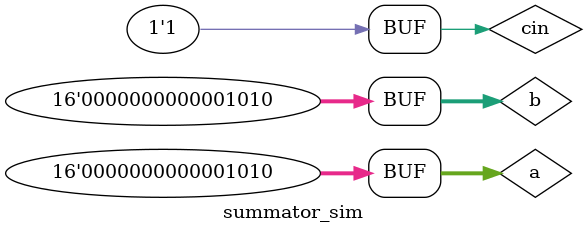
<source format=v>
module summator_sim;
reg [15:0] a,b;
reg cin;
wire [15:0] sum;
wire cout;
 
  summator uut(.a(a), .b(b),.cin(cin),.sum(sum),.cout(cout));
 
initial begin
  a=0; b=0; cin=0;
  #30 a=5; b=8; cin=1;
  #30 a=8; b=8; cin=1;
  #30 a=3; b=7; cin=1;
  #30 a=10; b=10; cin=1;
end
 
initial
  $monitor( "A=%d, B=%d, Cin= %d, Sum=%d, Cout=%d", a,b,cin,sum,cout);
endmodule
</source>
